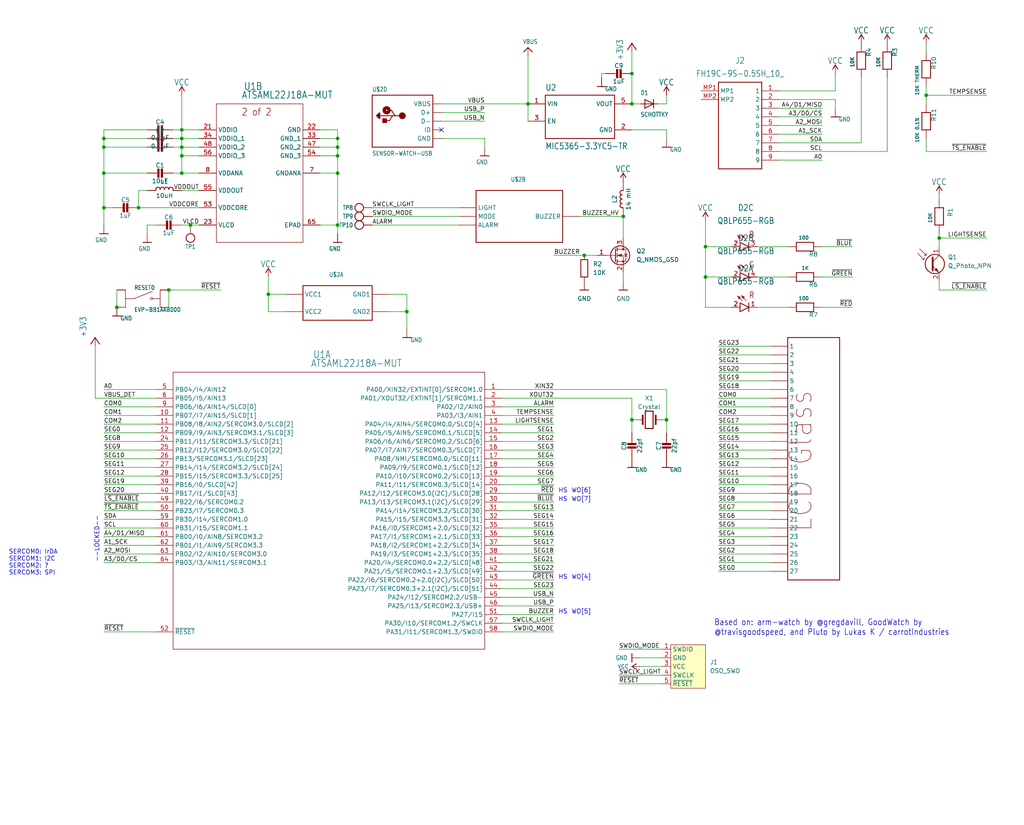
<source format=kicad_sch>
(kicad_sch (version 20231120) (generator "eeschema") (generator_version "8.0")
  (paper "User" 300.507 242.062)
  (junction (at 275.59 69.85))
  (junction (at 185.42 123.19))
  (junction (at 34.29 90.17))
  (junction (at 30.48 40.64))
  (junction (at 185.42 21.59))
  (junction (at 207.01 72.39))
  (junction (at 99.06 45.72))
  (junction (at 53.34 43.18))
  (junction (at 182.88 63.5))
  (junction (at 99.06 66.04))
  (junction (at 30.48 60.96))
  (junction (at 53.34 40.64))
  (junction (at 30.48 50.8))
  (junction (at 99.06 40.64))
  (junction (at 185.42 30.48))
  (junction (at 40.64 60.96))
  (junction (at 119.38 91.44))
  (junction (at 271.78 27.94))
  (junction (at 195.58 123.19))
  (junction (at 53.34 45.72))
  (junction (at 207.01 81.28))
  (junction (at 53.34 50.8))
  (junction (at 53.34 38.1))
  (junction (at 55.88 66.04))
  (junction (at 154.94 30.48))
  (junction (at 30.48 43.18))
  (junction (at 49.53 85.09))
  (junction (at 99.06 43.18))
  (junction (at 99.06 50.8))
  (junction (at 171.45 74.93))
  (junction (at 78.74 86.36))
  (no_connect (at 129.54 38.1))
  (wire (pts (xy 129.54 35.56) (xy 142.24 35.56)))
  (wire (pts (xy 147.32 157.48) (xy 162.56 157.48)))
  (wire (pts (xy 245.11 31.75) (xy 245.11 29.21)))
  (wire (pts (xy 187.96 30.48) (xy 185.42 30.48)))
  (wire (pts (xy 185.42 116.84) (xy 147.32 116.84)))
  (wire (pts (xy 147.32 172.72) (xy 162.56 172.72)))
  (wire (pts (xy 49.53 85.09) (xy 49.53 90.17)))
  (wire (pts (xy 181.61 190.5) (xy 194.31 190.5)))
  (wire (pts (xy 27.94 101.6) (xy 27.94 116.84)))
  (wire (pts (xy 210.82 157.48) (xy 226.06 157.48)))
  (wire (pts (xy 181.61 200.66) (xy 194.31 200.66)))
  (wire (pts (xy 53.34 43.18) (xy 53.34 40.64)))
  (wire (pts (xy 58.42 66.04) (xy 55.88 66.04)))
  (wire (pts (xy 162.56 175.26) (xy 147.32 175.26)))
  (wire (pts (xy 195.58 114.3) (xy 195.58 123.19)))
  (wire (pts (xy 275.59 85.09) (xy 289.56 85.09)))
  (wire (pts (xy 241.3 39.37) (xy 228.6 39.37)))
  (wire (pts (xy 119.38 86.36) (xy 119.38 91.44)))
  (wire (pts (xy 58.42 60.96) (xy 40.64 60.96)))
  (wire (pts (xy 210.82 132.08) (xy 226.06 132.08)))
  (wire (pts (xy 271.78 27.94) (xy 289.56 27.94)))
  (wire (pts (xy 147.32 114.3) (xy 195.58 114.3)))
  (wire (pts (xy 195.58 30.48) (xy 195.58 27.94)))
  (wire (pts (xy 30.48 149.86) (xy 45.72 149.86)))
  (wire (pts (xy 33.02 60.96) (xy 30.48 60.96)))
  (wire (pts (xy 147.32 154.94) (xy 162.56 154.94)))
  (wire (pts (xy 245.11 26.67) (xy 245.11 21.59)))
  (wire (pts (xy 177.8 21.59) (xy 176.53 21.59)))
  (wire (pts (xy 99.06 40.64) (xy 99.06 43.18)))
  (wire (pts (xy 185.42 123.19) (xy 186.69 123.19)))
  (wire (pts (xy 210.82 137.16) (xy 226.06 137.16)))
  (wire (pts (xy 43.18 40.64) (xy 30.48 40.64)))
  (wire (pts (xy 45.72 124.46) (xy 30.48 124.46)))
  (wire (pts (xy 30.48 142.24) (xy 45.72 142.24)))
  (wire (pts (xy 147.32 165.1) (xy 162.56 165.1)))
  (wire (pts (xy 185.42 38.1) (xy 195.58 38.1)))
  (wire (pts (xy 99.06 50.8) (xy 93.98 50.8)))
  (wire (pts (xy 30.48 132.08) (xy 45.72 132.08)))
  (wire (pts (xy 58.42 50.8) (xy 53.34 50.8)))
  (wire (pts (xy 226.06 121.92) (xy 210.82 121.92)))
  (wire (pts (xy 119.38 86.36) (xy 114.3 86.36)))
  (wire (pts (xy 228.6 41.91) (xy 252.73 41.91)))
  (wire (pts (xy 109.22 63.5) (xy 134.62 63.5)))
  (wire (pts (xy 207.01 81.28) (xy 214.63 81.28)))
  (wire (pts (xy 27.94 116.84) (xy 45.72 116.84)))
  (wire (pts (xy 30.48 60.96) (xy 30.48 50.8)))
  (wire (pts (xy 30.48 43.18) (xy 30.48 40.64)))
  (wire (pts (xy 182.88 63.5) (xy 182.88 69.85)))
  (wire (pts (xy 228.6 26.67) (xy 245.11 26.67)))
  (wire (pts (xy 241.3 34.29) (xy 228.6 34.29)))
  (wire (pts (xy 78.74 81.28) (xy 78.74 86.36)))
  (wire (pts (xy 134.62 60.96) (xy 109.22 60.96)))
  (wire (pts (xy 252.73 22.86) (xy 252.73 41.91)))
  (wire (pts (xy 171.45 74.93) (xy 175.26 74.93)))
  (wire (pts (xy 30.48 38.1) (xy 43.18 38.1)))
  (wire (pts (xy 30.48 147.32) (xy 45.72 147.32)))
  (wire (pts (xy 210.82 129.54) (xy 226.06 129.54)))
  (wire (pts (xy 58.42 40.64) (xy 53.34 40.64)))
  (wire (pts (xy 210.82 147.32) (xy 226.06 147.32)))
  (wire (pts (xy 53.34 38.1) (xy 53.34 27.94)))
  (wire (pts (xy 228.6 44.45) (xy 260.35 44.45)))
  (wire (pts (xy 147.32 134.62) (xy 162.56 134.62)))
  (wire (pts (xy 162.56 180.34) (xy 147.32 180.34)))
  (wire (pts (xy 210.82 160.02) (xy 226.06 160.02)))
  (wire (pts (xy 210.82 101.6) (xy 226.06 101.6)))
  (wire (pts (xy 45.72 157.48) (xy 30.48 157.48)))
  (wire (pts (xy 93.98 45.72) (xy 99.06 45.72)))
  (wire (pts (xy 207.01 72.39) (xy 214.63 72.39)))
  (wire (pts (xy 193.04 30.48) (xy 195.58 30.48)))
  (wire (pts (xy 53.34 43.18) (xy 50.8 43.18)))
  (wire (pts (xy 147.32 149.86) (xy 162.56 149.86)))
  (wire (pts (xy 271.78 30.48) (xy 271.78 27.94)))
  (wire (pts (xy 114.3 91.44) (xy 119.38 91.44)))
  (wire (pts (xy 53.34 45.72) (xy 58.42 45.72)))
  (wire (pts (xy 245.11 29.21) (xy 228.6 29.21)))
  (wire (pts (xy 147.32 160.02) (xy 162.56 160.02)))
  (wire (pts (xy 43.18 50.8) (xy 30.48 50.8)))
  (wire (pts (xy 210.82 149.86) (xy 226.06 149.86)))
  (wire (pts (xy 210.82 106.68) (xy 226.06 106.68)))
  (wire (pts (xy 275.59 82.55) (xy 275.59 85.09)))
  (wire (pts (xy 147.32 144.78) (xy 162.56 144.78)))
  (wire (pts (xy 50.8 50.8) (xy 53.34 50.8)))
  (wire (pts (xy 162.56 170.18) (xy 147.32 170.18)))
  (wire (pts (xy 170.18 63.5) (xy 182.88 63.5)))
  (wire (pts (xy 53.34 45.72) (xy 53.34 43.18)))
  (wire (pts (xy 207.01 72.39) (xy 207.01 81.28)))
  (wire (pts (xy 207.01 64.77) (xy 207.01 72.39)))
  (wire (pts (xy 147.32 127) (xy 162.56 127)))
  (wire (pts (xy 185.42 21.59) (xy 185.42 30.48)))
  (wire (pts (xy 147.32 132.08) (xy 162.56 132.08)))
  (wire (pts (xy 162.56 119.38) (xy 147.32 119.38)))
  (wire (pts (xy 78.74 91.44) (xy 83.82 91.44)))
  (wire (pts (xy 210.82 152.4) (xy 226.06 152.4)))
  (wire (pts (xy 53.34 38.1) (xy 50.8 38.1)))
  (wire (pts (xy 250.19 72.39) (xy 241.3 72.39)))
  (wire (pts (xy 58.42 55.88) (xy 53.34 55.88)))
  (wire (pts (xy 210.82 104.14) (xy 226.06 104.14)))
  (wire (pts (xy 30.48 129.54) (xy 45.72 129.54)))
  (wire (pts (xy 162.56 177.8) (xy 147.32 177.8)))
  (wire (pts (xy 45.72 165.1) (xy 30.48 165.1)))
  (wire (pts (xy 241.3 31.75) (xy 228.6 31.75)))
  (wire (pts (xy 195.58 38.1) (xy 195.58 40.64)))
  (wire (pts (xy 181.61 198.12) (xy 194.31 198.12)))
  (wire (pts (xy 154.94 16.51) (xy 154.94 30.48)))
  (wire (pts (xy 30.48 144.78) (xy 45.72 144.78)))
  (wire (pts (xy 210.82 144.78) (xy 226.06 144.78)))
  (wire (pts (xy 58.42 38.1) (xy 53.34 38.1)))
  (wire (pts (xy 30.48 134.62) (xy 45.72 134.62)))
  (wire (pts (xy 93.98 43.18) (xy 99.06 43.18)))
  (wire (pts (xy 53.34 40.64) (xy 53.34 38.1)))
  (wire (pts (xy 154.94 35.56) (xy 154.94 30.48)))
  (wire (pts (xy 34.29 85.09) (xy 34.29 90.17)))
  (wire (pts (xy 207.01 81.28) (xy 207.01 90.17)))
  (wire (pts (xy 182.88 82.55) (xy 182.88 80.01)))
  (wire (pts (xy 43.18 43.18) (xy 30.48 43.18)))
  (wire (pts (xy 176.53 21.59) (xy 176.53 22.86)))
  (wire (pts (xy 45.72 162.56) (xy 30.48 162.56)))
  (wire (pts (xy 289.56 69.85) (xy 275.59 69.85)))
  (wire (pts (xy 187.96 193.04) (xy 194.31 193.04)))
  (wire (pts (xy 231.14 90.17) (xy 222.25 90.17)))
  (wire (pts (xy 210.82 114.3) (xy 226.06 114.3)))
  (wire (pts (xy 147.32 162.56) (xy 162.56 162.56)))
  (wire (pts (xy 129.54 30.48) (xy 154.94 30.48)))
  (wire (pts (xy 210.82 127) (xy 226.06 127)))
  (wire (pts (xy 43.18 68.58) (xy 43.18 66.04)))
  (wire (pts (xy 210.82 124.46) (xy 226.06 124.46)))
  (wire (pts (xy 99.06 43.18) (xy 99.06 45.72)))
  (wire (pts (xy 147.32 147.32) (xy 162.56 147.32)))
  (wire (pts (xy 147.32 182.88) (xy 162.56 182.88)))
  (wire (pts (xy 210.82 111.76) (xy 226.06 111.76)))
  (wire (pts (xy 210.82 154.94) (xy 226.06 154.94)))
  (wire (pts (xy 30.48 152.4) (xy 45.72 152.4)))
  (wire (pts (xy 93.98 38.1) (xy 99.06 38.1)))
  (wire (pts (xy 43.18 66.04) (xy 45.72 66.04)))
  (wire (pts (xy 187.96 195.58) (xy 194.31 195.58)))
  (wire (pts (xy 210.82 167.64) (xy 226.06 167.64)))
  (wire (pts (xy 93.98 40.64) (xy 99.06 40.64)))
  (wire (pts (xy 210.82 109.22) (xy 226.06 109.22)))
  (wire (pts (xy 185.42 127) (xy 185.42 123.19)))
  (wire (pts (xy 275.59 58.42) (xy 275.59 57.15)))
  (wire (pts (xy 147.32 139.7) (xy 162.56 139.7)))
  (wire (pts (xy 43.18 55.88) (xy 40.64 55.88)))
  (wire (pts (xy 134.62 66.04) (xy 109.22 66.04)))
  (wire (pts (xy 147.32 185.42) (xy 162.56 185.42)))
  (wire (pts (xy 260.35 22.86) (xy 260.35 44.45)))
  (wire (pts (xy 289.56 44.45) (xy 271.78 44.45)))
  (wire (pts (xy 210.82 142.24) (xy 226.06 142.24)))
  (wire (pts (xy 45.72 121.92) (xy 30.48 121.92)))
  (wire (pts (xy 30.48 50.8) (xy 30.48 43.18)))
  (wire (pts (xy 129.54 40.64) (xy 142.24 40.64)))
  (wire (pts (xy 210.82 165.1) (xy 226.06 165.1)))
  (wire (pts (xy 99.06 38.1) (xy 99.06 40.64)))
  (wire (pts (xy 30.48 185.42) (xy 45.72 185.42)))
  (wire (pts (xy 30.48 139.7) (xy 45.72 139.7)))
  (wire (pts (xy 30.48 127) (xy 45.72 127)))
  (wire (pts (xy 99.06 45.72) (xy 99.06 50.8)))
  (wire (pts (xy 45.72 119.38) (xy 30.48 119.38)))
  (wire (pts (xy 162.56 74.93) (xy 171.45 74.93)))
  (wire (pts (xy 78.74 86.36) (xy 78.74 91.44)))
  (wire (pts (xy 147.32 129.54) (xy 162.56 129.54)))
  (wire (pts (xy 30.48 60.96) (xy 30.48 66.04)))
  (wire (pts (xy 99.06 50.8) (xy 99.06 66.04)))
  (wire (pts (xy 271.78 25.4) (xy 271.78 27.94)))
  (wire (pts (xy 275.59 69.85) (xy 275.59 72.39)))
  (wire (pts (xy 45.72 114.3) (xy 30.48 114.3)))
  (wire (pts (xy 119.38 91.44) (xy 119.38 96.52)))
  (wire (pts (xy 147.32 137.16) (xy 162.56 137.16)))
  (wire (pts (xy 226.06 119.38) (xy 210.82 119.38)))
  (wire (pts (xy 207.01 90.17) (xy 214.63 90.17)))
  (wire (pts (xy 147.32 124.46) (xy 162.56 124.46)))
  (wire (pts (xy 275.59 68.58) (xy 275.59 69.85)))
  (wire (pts (xy 53.34 40.64) (xy 50.8 40.64)))
  (wire (pts (xy 226.06 116.84) (xy 210.82 116.84)))
  (wire (pts (xy 271.78 12.7) (xy 271.78 15.24)))
  (wire (pts (xy 210.82 134.62) (xy 226.06 134.62)))
  (wire (pts (xy 142.24 40.64) (xy 142.24 43.18)))
  (wire (pts (xy 210.82 162.56) (xy 226.06 162.56)))
  (wire (pts (xy 250.19 90.17) (xy 241.3 90.17)))
  (wire (pts (xy 49.53 85.09) (xy 64.77 85.09)))
  (wire (pts (xy 271.78 44.45) (xy 271.78 40.64)))
  (wire (pts (xy 45.72 160.02) (xy 30.48 160.02)))
  (wire (pts (xy 185.42 123.19) (xy 185.42 116.84)))
  (wire (pts (xy 162.56 121.92) (xy 147.32 121.92)))
  (wire (pts (xy 30.48 137.16) (xy 45.72 137.16)))
  (wire (pts (xy 99.06 66.04) (xy 99.06 68.58)))
  (wire (pts (xy 147.32 152.4) (xy 162.56 152.4)))
  (wire (pts (xy 185.42 15.24) (xy 185.42 21.59)))
  (wire (pts (xy 129.54 33.02) (xy 142.24 33.02)))
  (wire (pts (xy 162.56 167.64) (xy 147.32 167.64)))
  (wire (pts (xy 93.98 66.04) (xy 99.06 66.04)))
  (wire (pts (xy 55.88 66.04) (xy 53.34 66.04)))
  (wire (pts (xy 231.14 81.28) (xy 222.25 81.28)))
  (wire (pts (xy 194.31 123.19) (xy 195.58 123.19)))
  (wire (pts (xy 40.64 55.88) (xy 40.64 60.96)))
  (wire (pts (xy 83.82 86.36) (xy 78.74 86.36)))
  (wire (pts (xy 231.14 72.39) (xy 222.25 72.39)))
  (wire (pts (xy 30.48 154.94) (xy 45.72 154.94)))
  (wire (pts (xy 53.34 50.8) (xy 53.34 45.72)))
  (wire (pts (xy 241.3 36.83) (xy 228.6 36.83)))
  (wire (pts (xy 147.32 142.24) (xy 162.56 142.24)))
  (wire (pts (xy 195.58 123.19) (xy 195.58 127)))
  (wire (pts (xy 250.19 81.28) (xy 241.3 81.28)))
  (wire (pts (xy 210.82 139.7) (xy 226.06 139.7)))
  (wire (pts (xy 241.3 46.99) (xy 228.6 46.99)))
  (wire (pts (xy 58.42 43.18) (xy 53.34 43.18)))
  (wire (pts (xy 30.48 40.64) (xy 30.48 38.1)))
  (text "Based on: arm-watch by @gregdavill, GoodWatch by\n@travisgoodspeed, and Pluto by Lukas K / carrotIndustries" (at 209.55 186.69 0) (effects (font (size 1.778 1.5113)) (justify left bottom)))
  (text "WO[7]" (at 167.64 147.32 0) (effects (font (size 1.27 1.27)) (justify left bottom)))
  (text "HS" (at 163.83 144.78 0) (effects (font (size 1.27 1.27)) (justify left bottom)))
  (text "HS" (at 163.83 170.18 0) (effects (font (size 1.27 1.27)) (justify left bottom)))
  (text "SERCOM0: IrDA\nSERCOM1: I2C\nSERCOM2: ?\nSERCOM3: SPI" (at 2.54 168.91 0) (effects (font (size 1.27 1.27)) (justify left bottom)))
  (text "--LOCKED--" (at 29.21 165.1 90) (effects (font (size 1.27 1.27)) (justify left bottom)))
  (text "WO[6]" (at 167.64 144.78 0) (effects (font (size 1.27 1.27)) (justify left bottom)))
  (text "WO[4]" (at 167.64 170.18 0) (effects (font (size 1.27 1.27)) (justify left bottom)))
  (text "HS" (at 163.83 180.34 0) (effects (font (size 1.27 1.27)) (justify left bottom)))
  (text "HS" (at 163.83 147.32 0) (effects (font (size 1.27 1.27)) (justify left bottom)))
  (text "WO[5]" (at 167.64 180.34 0) (effects (font (size 1.27 1.27)) (justify left bottom)))
  (label "SEG0" (at 30.48 127 0) (effects (font (size 1.2446 1.2446))))
  (label "SEG9" (at 30.48 132.08 0) (effects (font (size 1.2446 1.2446))))
  (label "LIGHTSENSE" (at 289.56 69.85 180))
  (label "SEG21" (at 162.56 165.1 180) (effects (font (size 1.2446 1.2446))))
  (label "SEG20" (at 210.82 109.22 0) (effects (font (size 1.2446 1.2446))))
  (label "~{LS_ENABLE}" (at 30.48 147.32 0))
  (label "~{RESET}" (at 30.48 185.42 0) (effects (font (size 1.2446 1.2446))))
  (label "USB_N" (at 162.56 175.26 180) (effects (font (size 1.2446 1.2446))))
  (label "SEG10" (at 210.82 142.24 0) (effects (font (size 1.2446 1.2446))))
  (label "SEG3" (at 210.82 160.02 0) (effects (font (size 1.2446 1.2446))))
  (label "VBUS_DET" (at 30.48 116.84 0) (effects (font (size 1.2446 1.2446))))
  (label "USB_N" (at 142.24 35.56 180) (effects (font (size 1.2446 1.2446))))
  (label "SEG9" (at 210.82 144.78 0) (effects (font (size 1.2446 1.2446))))
  (label "SEG7" (at 162.56 142.24 180) (effects (font (size 1.2446 1.2446))))
  (label "SWCLK_LIGHT" (at 109.22 60.96 0) (effects (font (size 1.2446 1.2446))))
  (label "SEG23" (at 162.56 172.72 180) (effects (font (size 1.2446 1.2446))))
  (label "SEG3" (at 162.56 132.08 180) (effects (font (size 1.2446 1.2446))))
  (label "SEG23" (at 210.82 101.6 0) (effects (font (size 1.2446 1.2446))))
  (label "SEG13" (at 162.56 149.86 180) (effects (font (size 1.2446 1.2446))))
  (label "~{BLUE}" (at 250.19 72.39 180) (effects (font (size 1.2446 1.2446))))
  (label "USB_P" (at 162.56 177.8 180) (effects (font (size 1.2446 1.2446))))
  (label "SEG16" (at 210.82 127 0) (effects (font (size 1.2446 1.2446))))
  (label "SEG5" (at 210.82 154.94 0) (effects (font (size 1.2446 1.2446))))
  (label "COM1" (at 30.48 121.92 0) (effects (font (size 1.2446 1.2446))))
  (label "SEG12" (at 210.82 137.16 0) (effects (font (size 1.2446 1.2446))))
  (label "SEG5" (at 162.56 137.16 180) (effects (font (size 1.2446 1.2446))))
  (label "SEG13" (at 210.82 134.62 0) (effects (font (size 1.2446 1.2446))))
  (label "COM1" (at 210.82 119.38 0) (effects (font (size 1.2446 1.2446))))
  (label "SDA" (at 241.3 41.91 180) (effects (font (size 1.2446 1.2446))))
  (label "BUZZER" (at 162.56 180.34 180) (effects (font (size 1.2446 1.2446))))
  (label "SEG10" (at 30.48 134.62 0) (effects (font (size 1.2446 1.2446))))
  (label "SEG12" (at 30.48 139.7 0) (effects (font (size 1.2446 1.2446))))
  (label "A1_SCK" (at 241.3 39.37 180) (effects (font (size 1.2446 1.2446))))
  (label "COM2" (at 210.82 121.92 0) (effects (font (size 1.2446 1.2446))))
  (label "A2_MOSI" (at 241.3 36.83 180) (effects (font (size 1.2446 1.2446))))
  (label "SEG11" (at 30.48 137.16 0) (effects (font (size 1.2446 1.2446))))
  (label "SWCLK_LIGHT" (at 181.61 198.12 0) (effects (font (size 1.2446 1.2446))))
  (label "A2_MOSI" (at 30.48 162.56 0) (effects (font (size 1.2446 1.2446))))
  (label "~{LS_ENABLE}" (at 289.56 85.09 180))
  (label "SEG7" (at 210.82 149.86 0) (effects (font (size 1.2446 1.2446))))
  (label "SWDIO_MODE" (at 181.61 190.5 0) (effects (font (size 1.2446 1.2446))))
  (label "SWDIO_MODE" (at 162.56 185.42 180) (effects (font (size 1.2446 1.2446))))
  (label "SEG0" (at 210.82 167.64 0) (effects (font (size 1.2446 1.2446))))
  (label "SEG20" (at 30.48 144.78 0) (effects (font (size 1.2446 1.2446))))
  (label "SCL" (at 30.48 154.94 0) (effects (font (size 1.2446 1.2446))))
  (label "SEG2" (at 162.56 129.54 180) (effects (font (size 1.2446 1.2446))))
  (label "~{TS_ENABLE}" (at 289.56 44.45 180))
  (label "~{RESET}" (at 64.77 85.09 180) (effects (font (size 1.2446 1.2446))))
  (label "SEG21" (at 210.82 106.68 0) (effects (font (size 1.2446 1.2446))))
  (label "SWDIO_MODE" (at 109.22 63.5 0) (effects (font (size 1.2446 1.2446))))
  (label "SEG4" (at 210.82 157.48 0) (effects (font (size 1.2446 1.2446))))
  (label "SEG15" (at 210.82 129.54 0) (effects (font (size 1.2446 1.2446))))
  (label "SEG1" (at 162.56 127 180) (effects (font (size 1.2446 1.2446))))
  (label "A3/D0/CS" (at 30.48 165.1 0) (effects (font (size 1.2446 1.2446))))
  (label "SEG8" (at 30.48 129.54 0) (effects (font (size 1.2446 1.2446))))
  (label "SEG19" (at 210.82 111.76 0) (effects (font (size 1.2446 1.2446))))
  (label "~{BLUE}" (at 162.56 147.32 180))
  (label "~{RED}" (at 162.56 144.78 180))
  (label "A0" (at 30.48 114.3 0) (effects (font (size 1.2446 1.2446))))
  (label "A3/D0/CS" (at 241.3 34.29 180) (effects (font (size 1.2446 1.2446))))
  (label "SEG14" (at 210.82 132.08 0) (effects (font (size 1.2446 1.2446))))
  (label "BUZZER" (at 162.56 74.93 0))
  (label "SCL" (at 241.3 44.45 180) (effects (font (size 1.2446 1.2446))))
  (label "SEG8" (at 210.82 147.32 0) (effects (font (size 1.2446 1.2446))))
  (label "~{TS_ENABLE}" (at 30.48 149.86 0))
  (label "USB_P" (at 142.24 33.02 180) (effects (font (size 1.2446 1.2446))))
  (label "VDDOUT" (at 58.42 55.88 180))
  (label "SEG2" (at 210.82 162.56 0) (effects (font (size 1.2446 1.2446))))
  (label "SEG19" (at 30.48 142.24 0) (effects (font (size 1.2446 1.2446))))
  (label "A1_SCK" (at 30.48 160.02 0) (effects (font (size 1.2446 1.2446))))
  (label "SEG6" (at 162.56 139.7 180) (effects (font (size 1.2446 1.2446))))
  (label "SEG17" (at 162.56 160.02 180) (effects (font (size 1.2446 1.2446))))
  (label "SEG1" (at 210.82 165.1 0) (effects (font (size 1.2446 1.2446))))
  (label "SEG17" (at 210.82 124.46 0) (effects (font (size 1.2446 1.2446))))
  (label "SEG16" (at 162.56 157.48 180) (effects (font (size 1.2446 1.2446))))
  (label "~{RED}" (at 250.19 90.17 180) (effects (font (size 1.2446 1.2446))))
  (label "VDDCORE" (at 58.42 60.96 180))
  (label "SEG4" (at 162.56 134.62 180) (effects (font (size 1.2446 1.2446))))
  (label "XOUT32" (at 162.56 116.84 180) (effects (font (size 1.2446 1.2446))))
  (label "ALARM" (at 162.56 119.38 180) (effects (font (size 1.2446 1.2446))))
  (label "XIN32" (at 162.56 114.3 180) (effects (font (size 1.2446 1.2446))))
  (label "~{GREEN}" (at 162.56 170.18 180))
  (label "VBUS" (at 142.24 30.48 180) (effects (font (size 1.2446 1.2446))))
  (label "TEMPSENSE" (at 289.56 27.94 180))
  (label "VLCD" (at 58.42 66.04 180))
  (label "SWCLK_LIGHT" (at 162.56 182.88 180) (effects (font (size 1.2446 1.2446))))
  (label "BUZZER_HV" (at 181.61 63.5 180) (effects (font (size 1.2446 1.2446))))
  (label "~{GREEN}" (at 250.19 81.28 180) (effects (font (size 1.2446 1.2446))))
  (label "ALARM" (at 109.22 66.04 0) (effects (font (size 1.2446 1.2446))))
  (label "SEG22" (at 210.82 104.14 0) (effects (font (size 1.2446 1.2446))))
  (label "SEG18" (at 210.82 114.3 0) (effects (font (size 1.2446 1.2446))))
  (label "SEG15" (at 162.56 154.94 180) (effects (font (size 1.2446 1.2446))))
  (label "SEG22" (at 162.56 167.64 180) (effects (font (size 1.2446 1.2446))))
  (label "SEG6" (at 210.82 152.4 0) (effects (font (size 1.2446 1.2446))))
  (label "A4/D1/MISO" (at 30.48 157.48 0) (effects (font (size 1.2446 1.2446))))
  (label "A0" (at 241.3 46.99 180) (effects (font (size 1.2446 1.2446))))
  (label "SEG18" (at 162.56 162.56 180) (effects (font (size 1.2446 1.2446))))
  (label "COM0" (at 30.48 119.38 0) (effects (font (size 1.2446 1.2446))))
  (label "COM2" (at 30.48 124.46 0) (effects (font (size 1.2446 1.2446))))
  (label "TEMPSENSE" (at 162.56 121.92 180))
  (label "SEG11" (at 210.82 139.7 0) (effects (font (size 1.2446 1.2446))))
  (label "COM0" (at 210.82 116.84 0) (effects (font (size 1.2446 1.2446))))
  (label "SEG14" (at 162.56 152.4 180) (effects (font (size 1.2446 1.2446))))
  (label "LIGHTSENSE" (at 162.56 124.46 180))
  (label "~{RESET}" (at 181.61 200.66 0) (effects (font (size 1.2446 1.2446))))
  (label "A4/D1/MISO" (at 241.3 31.75 180) (effects (font (size 1.2446 1.2446))))
  (label "SDA" (at 30.48 152.4 0) (effects (font (size 1.2446 1.2446))))
  (symbol (lib_id "OSO-SWAT-A1-05-eagle-import:VCC") (at 78.74 81.28 0) (unit 1)
    (property "Reference" "#SUPPLY02" (effects (hide yes)))
    (property "Value" "VCC" (at 78.74 78.486 0) (effects (font (size 1.778 1.5113)) (justify bottom)))
    (property "Footprint" "OSO-SWAT-A1-05:" (effects (hide yes)))
  )
  (symbol (lib_id "Device:Crystal") (at 190.5 123.19 0) (unit 1)
    (property "Reference" "X1" (at 190.5 116.84 0))
    (property "Value" "Crystal" (at 190.5 119.38 0))
    (property "Footprint" "Crystal:Crystal_SMD_3215-2Pin_3.2x1.5mm" (effects (hide yes)))
  )
  (symbol (lib_id "OSO-SWAT-A1-05-eagle-import:VCC") (at 53.34 27.94 0) (unit 1)
    (property "Reference" "#SUPPLY01" (effects (hide yes)))
    (property "Value" "VCC" (at 53.34 25.146 0) (effects (font (size 1.778 1.5113)) (justify bottom)))
    (property "Footprint" "OSO-SWAT-A1-05:" (effects (hide yes)))
  )
  (symbol (lib_id "OSO-SWAT-A1-05-eagle-import:RESISTOR_0603MP") (at 236.22 81.28 180) (unit 1)
    (property "Reference" "R6" (at 240.03 82.7786 0) (effects (justify left bottom)))
    (property "Value" "1K" (at 237.49 77.978 0) (effects (font (size 1.016 1.016) (bold yes)) (justify left bottom)))
    (property "Footprint" "Resistor_SMD:R_0603_1608Metric" (effects (hide yes)))
  )
  (symbol (lib_id "OSO-SWAT-A1-05-eagle-import:GND") (at 43.18 71.12 0) (unit 1)
    (property "Reference" "#GND02" (effects (hide yes)))
    (property "Value" "GND" (at 40.64 73.66 0) (effects (font (size 1.27 1.0795)) (justify left bottom)))
    (property "Footprint" "OSO-SWAT-A1-05:" (effects (hide yes)))
  )
  (symbol (lib_id "OSO-SWAT-A1-05-eagle-import:RESISTOR_0603MP") (at 236.22 72.39 180) (unit 1)
    (property "Reference" "R8" (at 240.03 73.8886 0) (effects (justify left bottom)))
    (property "Value" "100" (at 237.49 69.088 0) (effects (font (size 1.016 1.016) (bold yes)) (justify left bottom)))
    (property "Footprint" "Resistor_SMD:R_0603_1608Metric" (effects (hide yes)))
  )
  (symbol (lib_id "OSO-SWAT-A1-05-eagle-import:RESISTOR_0603MP") (at 260.35 17.78 270) (unit 1)
    (property "Reference" "R3" (at 261.8486 13.97 0) (effects (justify left bottom)))
    (property "Value" "10K" (at 257.048 16.51 0) (effects (font (size 1.016 1.016) (bold yes)) (justify left bottom)))
    (property "Footprint" "Resistor_SMD:R_0201_0603Metric" (effects (hide yes)))
  )
  (symbol (lib_id "OSO-SWAT-A1-05-eagle-import:CAP_CERAMIC_0402MP") (at 185.42 132.08 0) (unit 1)
    (property "Reference" "C8" (at 183.13 130.83 90))
    (property "Value" "22pf" (at 187.72 130.83 90))
    (property "Footprint" "Capacitor_SMD:C_0402_1005Metric" (effects (hide yes)))
  )
  (symbol (lib_id "OSO-SWAT-A1-05-eagle-import:ATSAML22J18A-MUT") (at 76.2 50.8 0) (unit 2)
    (property "Reference" "U1" (at 71.4756 26.4414 0) (effects (font (size 2.0828 1.7703)) (justify left bottom)))
    (property "Value" "ATSAML22J18A-MUT" (at 70.8406 28.9814 0) (effects (font (size 2.0828 1.7703)) (justify left bottom)))
    (property "Footprint" "OSO-SWAT-A1-05:QFN64_9X9MC_MCH" (effects (hide yes)))
  )
  (symbol (lib_id "OSO-SWAT-A1-05-eagle-import:VCC") (at 207.01 64.77 0) (unit 1)
    (property "Reference" "#SUPPLY0104" (effects (hide yes)))
    (property "Value" "VCC" (at 207.01 61.976 0) (effects (font (size 1.778 1.5113)) (justify bottom)))
    (property "Footprint" "OSO-SWAT-A1-05:" (effects (hide yes)))
  )
  (symbol (lib_id "OSO-SWAT-A1-05-eagle-import:MICROBUILDER_TESTPOINTROUND1.5MM") (at 109.22 63.5 90) (unit 1) (in_bom no)
    (property "Reference" "TP9" (at 103.632 63.5 90) (effects (font (size 1.27 1.0795)) (justify left)))
    (property "Value" "MICROBUILDER_TESTPOINTROUND1.5MM" (effects (hide yes)))
    (property "Footprint" "OSO-SWAT-A1-05:MICROBUILDER_TESTPOINT_ROUND_1.5MM" (effects (hide yes)))
  )
  (symbol (lib_id "OSO-SWAT-A1-05-eagle-import:MIC5365-3.3YC5-TR") (at 170.18 33.02 0) (unit 1)
    (property "Reference" "U2" (at 160.02 26.67 0) (effects (font (size 1.778 1.5113)) (justify left bottom)))
    (property "Value" "MIC5365-3.3YC5-TR" (at 160.02 41.91 0) (effects (font (size 1.778 1.5113)) (justify left top)))
    (property "Footprint" "OSO-SWAT-A1-05:SOT65P210X110-5N" (effects (hide yes)))
  )
  (symbol (lib_id "Device:R") (at 171.45 78.74 0) (unit 1)
    (property "Reference" "R2" (at 173.99 77.4699 0) (effects (justify left)))
    (property "Value" "10K" (at 173.99 80.0099 0) (effects (justify left)))
    (property "Footprint" "Resistor_SMD:R_0201_0603Metric" (effects (hide yes)))
    (property "Description" "Resistor" (effects (hide yes)))
  )
  (symbol (lib_id "OSO-SWAT-A1-05-eagle-import:CAP_CERAMIC_0603MP") (at 48.26 66.04 270) (unit 1)
    (property "Reference" "C6" (at 49.51 63.75 90))
    (property "Value" "1uF" (at 49.51 68.34 90))
    (property "Footprint" "Capacitor_SMD:C_0603_1608Metric" (effects (hide yes)))
  )
  (symbol (lib_id "OSO-SWAT-A1-05-eagle-import:CAP_CERAMIC_0603MP") (at 45.72 40.64 270) (unit 1)
    (property "Reference" "C2" (at 46.97 38.35 90))
    (property "Value" "0.1uF" (at 46.97 42.94 90))
    (property "Footprint" "Capacitor_SMD:C_0201_0603Metric" (effects (hide yes)))
  )
  (symbol (lib_id "OSO-SWAT-A1-05-eagle-import:RESISTOR_0603MP") (at 271.78 20.32 270) (unit 1)
    (property "Reference" "R10" (at 273.2786 16.51 0) (effects (justify left bottom)))
    (property "Value" "10K THERM" (at 268.478 19.05 0) (effects (font (size 1.016 1.016) (bold yes)) (justify left bottom)))
    (property "Footprint" "Resistor_SMD:R_0603_1608Metric" (effects (hide yes)))
  )
  (symbol (lib_id "OSO-SWAT-A1-05-eagle-import:VCC") (at 271.78 12.7 0) (unit 1)
    (property "Reference" "#SUPPLY0106" (effects (hide yes)))
    (property "Value" "VCC" (at 271.78 9.906 0) (effects (font (size 1.778 1.5113)) (justify bottom)))
    (property "Footprint" "OSO-SWAT-A1-05:" (effects (hide yes)))
  )
  (symbol (lib_id "OSO-SWAT-A1-05-eagle-import:DIODESOD-323F") (at 190.5 30.48 0) (unit 1)
    (property "Reference" "D1" (at 187.96 27.94 0) (effects (font (size 1.27 1.0795)) (justify left bottom)))
    (property "Value" "SCHOTTKY" (at 187.96 34.29 0) (effects (font (size 1.27 1.0795)) (justify left bottom)))
    (property "Footprint" "OSO-SWAT-A1-05:SOD-323F" (effects (hide yes)))
  )
  (symbol (lib_id "OSO-SWAT-A1-05-eagle-import:MICROBUILDER_INDUCTOR_0805MP") (at 48.26 55.88 0) (unit 1)
    (property "Reference" "L1" (at 48.26 53.34 0))
    (property "Value" "10uH" (at 48.26 57.42 0))
    (property "Footprint" "Inductor_SMD:L_0805_2012Metric" (effects (hide yes)))
  )
  (symbol (lib_id "OSO-SWAT-A1-05-eagle-import:+3V3") (at 185.42 12.7 0) (unit 1)
    (property "Reference" "#+3V026" (effects (hide yes)))
    (property "Value" "+3V3" (at 182.88 17.78 90) (effects (font (size 1.778 1.5113)) (justify left bottom)))
    (property "Footprint" "OSO-SWAT-A1-05:" (effects (hide yes)))
  )
  (symbol (lib_id "OSO-SWAT-A1-05-eagle-import:ATSAML22J18A-MUT") (at 96.52 149.86 0) (unit 1)
    (property "Reference" "U1" (at 91.7956 105.1814 0) (effects (font (size 2.0828 1.7703)) (justify left bottom)))
    (property "Value" "ATSAML22J18A-MUT" (at 91.1606 107.7214 0) (effects (font (size 2.0828 1.7703)) (justify left bottom)))
    (property "Footprint" "OSO-SWAT-A1-05:QFN64_9X9MC_MCH" (effects (hide yes)))
  )
  (symbol (lib_id "OSO-SWAT-A1-05-eagle-import:GND") (at 142.24 45.72 0) (unit 1)
    (property "Reference" "#GND03" (effects (hide yes)))
    (property "Value" "GND" (at 139.7 48.26 0) (effects (font (size 1.27 1.0795)) (justify left bottom)))
    (property "Footprint" "OSO-SWAT-A1-05:" (effects (hide yes)))
  )
  (symbol (lib_id "OSO-SWAT-A1-05-eagle-import:GND") (at 195.58 137.16 0) (mirror y) (unit 1)
    (property "Reference" "#U$03" (effects (hide yes)))
    (property "Value" "GND" (at 196.596 137.16 0) (effects (font (size 1.27 1.0795)) (justify right top)))
    (property "Footprint" "OSO-SWAT-A1-05:" (effects (hide yes)))
  )
  (symbol (lib_id "OSO-SWAT-A1-05-eagle-import:VCC") (at 187.96 195.58 90) (unit 1)
    (property "Reference" "#SUPPLY0102" (effects (hide yes)))
    (property "Value" "VCC" (at 182.88 195.58 90) (effects (font (size 1.0795 1.0795))))
    (property "Footprint" "OSO-SWAT-A1-05:" (effects (hide yes)))
  )
  (symbol (lib_id "OSO-SWAT-A1-05-eagle-import:FH19C-9S-0.5SH_10_") (at 205.74 26.67 0) (unit 1)
    (property "Reference" "J2" (at 217.17 17.78 0) (effects (font (size 1.778 1.5113))))
    (property "Value" "FH19C-9S-0.5SH_10_" (at 217.17 21.59 0) (effects (font (size 1.778 1.5113))))
    (property "Footprint" "OSO-SWAT-A1-05:FH19C9S05SH10" (effects (hide yes)))
  )
  (symbol (lib_id "OSO-SWAT-A1-05-eagle-import:GND") (at 171.45 85.09 0) (unit 1)
    (property "Reference" "#U01" (effects (hide yes)))
    (property "Value" "GND" (at 171.45 87.63 0))
    (property "Footprint" "OSO-SWAT-A1-05:" (effects (hide yes)))
  )
  (symbol (lib_id "OSO-SWAT-A1-05-eagle-import:MICROBUILDER_INDUCTOR_0805MP") (at 182.88 58.42 90) (unit 1)
    (property "Reference" "L2" (at 180.34 58.42 0))
    (property "Value" "14 mH" (at 184.42 58.42 0))
    (property "Footprint" "OSO-SWAT-A1-05:ELT3KN" (effects (hide yes)))
  )
  (symbol (lib_id "OSO-SWAT-A1-05-eagle-import:GND") (at 176.53 25.4 0) (mirror y) (unit 1)
    (property "Reference" "#U$0101" (effects (hide yes)))
    (property "Value" "GND" (at 177.546 25.4 0) (effects (font (size 1.27 1.0795)) (justify right top)))
    (property "Footprint" "OSO-SWAT-A1-05:" (effects (hide yes)))
  )
  (symbol (lib_id "OSO-SWAT-A1-05-eagle-import:VCC") (at 260.35 12.7 0) (unit 1)
    (property "Reference" "#SUPPLY0101" (effects (hide yes)))
    (property "Value" "VCC" (at 260.35 9.906 0) (effects (font (size 1.778 1.5113)) (justify bottom)))
    (property "Footprint" "OSO-SWAT-A1-05:" (effects (hide yes)))
  )
  (symbol (lib_id "OSO-SWAT-A1-05-eagle-import:CAP_CERAMIC_0402MP") (at 195.58 132.08 0) (unit 1)
    (property "Reference" "C7" (at 193.29 130.83 90))
    (property "Value" "22pf" (at 197.88 130.83 90))
    (property "Footprint" "Capacitor_SMD:C_0402_1005Metric" (effects (hide yes)))
  )
  (symbol (lib_id "OSO-SWAT-A1-05-eagle-import:CAP_CERAMIC_0603MP") (at 35.56 60.96 270) (unit 1)
    (property "Reference" "C5" (at 36.81 58.67 90))
    (property "Value" "1uF" (at 36.81 63.26 90))
    (property "Footprint" "Capacitor_SMD:C_0603_1608Metric" (effects (hide yes)))
  )
  (symbol (lib_id "OSO-SWAT-A1-05-eagle-import:RESISTOR_0603MP") (at 252.73 17.78 270) (unit 1)
    (property "Reference" "R4" (at 254.2286 13.97 0) (effects (justify left bottom)))
    (property "Value" "10K" (at 249.428 16.51 0) (effects (font (size 1.016 1.016) (bold yes)) (justify left bottom)))
    (property "Footprint" "Resistor_SMD:R_0201_0603Metric" (effects (hide yes)))
  )
  (symbol (lib_id "OSO-SWAT-A1-05-eagle-import:GND") (at 34.29 92.71 0) (mirror y) (unit 1)
    (property "Reference" "#U$04" (effects (hide yes)))
    (property "Value" "GND" (at 35.306 92.71 0) (effects (font (size 1.27 1.0795)) (justify right top)))
    (property "Footprint" "OSO-SWAT-A1-05:" (effects (hide yes)))
  )
  (symbol (lib_id "OSO-SWAT-A1-05-eagle-import:VCC") (at 252.73 12.7 0) (unit 1)
    (property "Reference" "#SUPPLY0103" (effects (hide yes)))
    (property "Value" "VCC" (at 252.73 9.906 0) (effects (font (size 1.778 1.5113)) (justify bottom)))
    (property "Footprint" "OSO-SWAT-A1-05:" (effects (hide yes)))
  )
  (symbol (lib_id "OSO-SWAT-A1-05-eagle-import:RESISTOR_0603MP") (at 271.78 35.56 270) (unit 1)
    (property "Reference" "R11" (at 273.2786 31.75 0) (effects (justify left bottom)))
    (property "Value" "10K 0.1%" (at 268.478 34.29 0) (effects (font (size 1.016 1.016) (bold yes)) (justify left bottom)))
    (property "Footprint" "Resistor_SMD:R_0603_1608Metric" (effects (hide yes)))
  )
  (symbol (lib_id "OSO-SWAT-A1-05-eagle-import:SENSOR-WATCH-USB") (at 99.06 88.9 0) (unit 1) (in_bom no)
    (property "Reference" "U$2" (at 96.52 81.28 0) (effects (font (size 1.27 1.0795)) (justify left bottom)))
    (property "Value" "SENSOR-WATCH-USB" (effects (hide yes)))
    (property "Footprint" "OSO-SWAT-A1-05:CASIO-F91W-OUTLINE-USB" (effects (hide yes)))
  )
  (symbol (lib_id "OSO-SWAT-A1-05-eagle-import:VBUS") (at 154.94 13.97 0) (unit 1)
    (property "Reference" "#U$08" (effects (hide yes)))
    (property "Value" "VBUS" (at 153.416 12.954 0) (effects (font (size 1.27 1.0795)) (justify left bottom)))
    (property "Footprint" "OSO-SWAT-A1-05:" (effects (hide yes)))
  )
  (symbol (lib_id "OSO-SWAT-A1-05-eagle-import:MICROBUILDER_TESTPOINTROUND1.5MM") (at 55.88 66.04 180) (unit 1) (in_bom no)
    (property "Reference" "TP1" (at 55.88 72.39 0) (effects (font (size 1.27 1.0795))))
    (property "Value" "MICROBUILDER_TESTPOINTROUND1.5MM" (effects (hide yes)))
    (property "Footprint" "OSO-SWAT-A1-05:MICROBUILDER_TESTPOINT_ROUND_1.5MM" (effects (hide yes)))
  )
  (symbol (lib_id "OSO-SWAT-A1-05-eagle-import:GND") (at 119.38 99.06 0) (mirror y) (unit 1)
    (property "Reference" "#U$01" (effects (hide yes)))
    (property "Value" "GND" (at 120.396 99.06 0) (effects (font (size 1.27 1.0795)) (justify right top)))
    (property "Footprint" "OSO-SWAT-A1-05:" (effects (hide yes)))
  )
  (symbol (lib_id "OSO-SWAT-A1-05-eagle-import:CAP_CERAMIC_0603MP") (at 45.72 43.18 270) (unit 1)
    (property "Reference" "C3" (at 46.97 40.89 90))
    (property "Value" "0.1uF" (effects (hide yes)))
    (property "Footprint" "Capacitor_SMD:C_0603_1608Metric" (effects (hide yes)))
  )
  (symbol (lib_id "OSO-SWAT-A1-05-eagle-import:QBLP655-RGB") (at 217.17 90.17 0) (unit 1)
    (property "Reference" "D2" (at 218.871 78.74 0) (effects (font (size 1.7807 1.5135))))
    (property "Value" "QBLP655-RGB" (at 218.871 82.55 0) (effects (font (size 1.7794 1.5124))))
    (property "Footprint" "OSO-SWAT-A1-05:LED_QBLP655_RGB" (effects (hide yes)))
  )
  (symbol (lib_id "OSO-SWAT-A1-05-eagle-import:CAP_CERAMIC_0603MP") (at 180.34 21.59 270) (unit 1)
    (property "Reference" "C9" (at 181.59 19.3 90))
    (property "Value" "1uF" (at 181.59 23.89 90))
    (property "Footprint" "Capacitor_SMD:C_0603_1608Metric" (effects (hide yes)))
  )
  (symbol (lib_id "OSO-SWAT-A1-05-eagle-import:GND") (at 185.42 193.04 270) (mirror x) (unit 1)
    (property "Reference" "#U$0102" (effects (hide yes)))
    (property "Value" "GND" (at 184.15 193.04 90) (effects (font (size 1.27 1.0795)) (justify right)))
    (property "Footprint" "OSO-SWAT-A1-05:" (effects (hide yes)))
  )
  (symbol (lib_id "OSO-SWAT-A1-05-eagle-import:VCC") (at 182.88 53.34 0) (unit 1)
    (property "Reference" "#SUPPLY0108" (effects (hide yes)))
    (property "Value" "VCC" (at 182.88 50.546 0) (effects (font (size 1.778 1.5113)) (justify bottom)))
    (property "Footprint" "OSO-SWAT-A1-05:" (effects (hide yes)))
  )
  (symbol (lib_id "OSO-SWAT-A1-05-eagle-import:VCC") (at 245.11 21.59 0) (unit 1)
    (property "Reference" "#SUPPLY0105" (effects (hide yes)))
    (property "Value" "VCC" (at 245.11 18.796 0) (effects (font (size 1.778 1.5113)) (justify bottom)))
    (property "Footprint" "OSO-SWAT-A1-05:" (effects (hide yes)))
  )
  (symbol (lib_id "OSO-SWD:OSO_SWD") (at 201.93 195.58 0) (unit 1) (in_bom no)
    (property "Reference" "J1" (at 208.28 194.3099 0) (effects (justify left)))
    (property "Value" "OSO_SWD" (at 208.28 196.8499 0) (effects (justify left)))
    (property "Footprint" "OSO-SWD:OSO_SWD_2x3" (effects (hide yes)))
  )
  (symbol (lib_id "OSO-SWAT-A1-05-eagle-import:RESISTOR_0603MP") (at 236.22 90.17 180) (unit 1)
    (property "Reference" "R7" (at 240.03 91.6686 0) (effects (justify left bottom)))
    (property "Value" "100" (at 237.49 86.868 0) (effects (font (size 1.016 1.016) (bold yes)) (justify left bottom)))
    (property "Footprint" "Resistor_SMD:R_0603_1608Metric" (effects (hide yes)))
  )
  (symbol (lib_id "OSO-SWAT-A1-05-eagle-import:GND") (at 182.88 85.09 0) (unit 1)
    (property "Reference" "#U0101" (effects (hide yes)))
    (property "Value" "GND" (at 182.88 87.63 0))
    (property "Footprint" "OSO-SWAT-A1-05:" (effects (hide yes)))
  )
  (symbol (lib_id "OSO-SWAT-A1-05-eagle-import:RESISTOR_0603MP") (at 275.59 63.5 270) (unit 1)
    (property "Reference" "R1" (at 278.13 60.96 0) (effects (justify left bottom)))
    (property "Value" "10K" (at 272.288 62.23 0) (effects (font (size 1.016 1.016) (bold yes)) (justify left bottom)))
    (property "Footprint" "Resistor_SMD:R_0201_0603Metric" (effects (hide yes)))
  )
  (symbol (lib_id "OSO-SWAT-A1-05-eagle-import:GND") (at 30.48 68.58 0) (unit 1)
    (property "Reference" "#GND014" (effects (hide yes)))
    (property "Value" "GND" (at 27.94 71.12 0) (effects (font (size 1.27 1.0795)) (justify left bottom)))
    (property "Footprint" "OSO-SWAT-A1-05:" (effects (hide yes)))
  )
  (symbol (lib_id "OSO-SWAT-A1-05-eagle-import:MICROBUILDER_TESTPOINTROUND1.5MM") (at 109.22 60.96 90) (unit 1) (in_bom no)
    (property "Reference" "TP8" (at 103.632 60.96 90) (effects (font (size 1.27 1.0795)) (justify left)))
    (property "Value" "MICROBUILDER_TESTPOINTROUND1.5MM" (effects (hide yes)))
    (property "Footprint" "OSO-SWAT-A1-05:MICROBUILDER_TESTPOINT_ROUND_1.5MM" (effects (hide yes)))
  )
  (symbol (lib_id "OSO-SWAT-A1-05-eagle-import:QBLP655-RGB") (at 217.17 81.28 0) (unit 2)
    (property "Reference" "D2" (at 218.871 69.85 0) (effects (font (size 1.7807 1.5135))))
    (property "Value" "QBLP655-RGB" (at 218.871 73.66 0) (effects (font (size 1.7794 1.5124))))
    (property "Footprint" "OSO-SWAT-A1-05:LED_QBLP655_RGB" (effects (hide yes)))
  )
  (symbol (lib_id "OSO-SWAT-A1-05-eagle-import:QBLP655-RGB") (at 217.17 72.39 0) (unit 3)
    (property "Reference" "D2" (at 218.871 60.96 0) (effects (font (size 1.7807 1.5135))))
    (property "Value" "QBLP655-RGB" (at 218.871 64.77 0) (effects (font (size 1.7794 1.5124))))
    (property "Footprint" "OSO-SWAT-A1-05:LED_QBLP655_RGB" (effects (hide yes)))
  )
  (symbol (lib_id "OSO-SWAT-A1-05-eagle-import:MICROBUILDER_TESTPOINTROUND1.5MM") (at 109.22 66.04 90) (unit 1) (in_bom no)
    (property "Reference" "TP10" (at 103.632 66.04 90) (effects (font (size 1.27 1.0795)) (justify left)))
    (property "Value" "MICROBUILDER_TESTPOINTROUND1.5MM" (effects (hide yes)))
    (property "Footprint" "OSO-SWAT-A1-05:MICROBUILDER_TESTPOINT_ROUND_1.5MM" (effects (hide yes)))
  )
  (symbol (lib_id "OSO-SWAT-A1-05-eagle-import:VCC") (at 195.58 27.94 0) (unit 1)
    (property "Reference" "#SUPPLY08" (effects (hide yes)))
    (property "Value" "VCC" (at 195.58 25.146 0) (effects (font (size 1.778 1.5113)) (justify bottom)))
    (property "Footprint" "OSO-SWAT-A1-05:" (effects (hide yes)))
  )
  (symbol (lib_id "OSO-SWAT-A1-05-eagle-import:CAP_CERAMIC_0603MP") (at 45.72 38.1 270) (unit 1)
    (property "Reference" "C4" (at 46.97 35.81 90))
    (property "Value" "0.1uF" (at 46.97 40.4 90))
    (property "Footprint" "Capacitor_SMD:C_0603_1608Metric" (effects (hide yes)))
  )
  (symbol (lib_id "Device:Q_NMOS_GSD") (at 180.34 74.93 0) (unit 1)
    (property "Reference" "Q2" (at 186.69 73.6599 0) (effects (justify left)))
    (property "Value" "Q_NMOS_GSD" (at 186.69 76.1999 0) (effects (justify left)))
    (property "Footprint" "Package_TO_SOT_SMD:SOT-523" (effects (hide yes)))
    (property "Description" "N-MOSFET transistor, gate/source/drain" (effects (hide yes)))
  )
  (symbol (lib_id "OSO-SWAT-A1-05-eagle-import:EVP-BB1AAB000") (at 41.91 87.63 0) (unit 1)
    (property "Reference" "RESET0" (at 39.37 85.09 0) (effects (font (size 1.27 1.0795)) (justify left bottom)))
    (property "Value" "EVP-BB1AAB000" (at 39.37 90.17 0) (effects (font (size 1.27 1.0795)) (justify left top)))
    (property "Footprint" "OSO-SWAT-A1-05:SW_EVP-BB1AAB000" (effects (hide yes)))
  )
  (symbol (lib_id "OSO-SWAT-A1-05-eagle-import:GND") (at 185.42 137.16 0) (mirror y) (unit 1)
    (property "Reference" "#U$09" (effects (hide yes)))
    (property "Value" "GND" (at 186.436 137.16 0) (effects (font (size 1.27 1.0795)) (justify right top)))
    (property "Footprint" "OSO-SWAT-A1-05:" (effects (hide yes)))
  )
  (symbol (lib_id "OSO-SWAT-A1-05-eagle-import:GND") (at 99.06 71.12 0) (unit 1)
    (property "Reference" "#GND04" (effects (hide yes)))
    (property "Value" "GND" (at 96.52 73.66 0) (effects (font (size 1.27 1.0795)) (justify left bottom)))
    (property "Footprint" "OSO-SWAT-A1-05:" (effects (hide yes)))
  )
  (symbol (lib_id "OSO-SWAT-A1-05-eagle-import:SENSOR-WATCH-USB") (at 119.38 35.56 0) (unit 4) (in_bom no)
    (property "Reference" "U$2" (at 109.22 26.924 0) (effects (font (size 1.27 1.0795)) (justify left bottom)))
    (property "Value" "SENSOR-WATCH-USB" (at 109.22 45.72 0) (effects (font (size 1.27 1.0795)) (justify left bottom)))
    (property "Footprint" "OSO-SWAT-A1-05:CASIO-F91W-OUTLINE-USB" (effects (hide yes)))
  )
  (symbol (lib_id "OSO-SWAT-A1-05-eagle-import:CAP_CERAMIC_0603MP") (at 45.72 50.8 270) (unit 1)
    (property "Reference" "C1" (at 46.97 48.51 90))
    (property "Value" "10uF" (at 46.97 53.1 90))
    (property "Footprint" "Capacitor_SMD:C_0603_1608Metric" (effects (hide yes)))
  )
  (symbol (lib_id "Device:Q_Photo_NPN") (at 273.05 77.47 0) (unit 1)
    (property "Reference" "Q1" (at 278.13 75.4506 0) (effects (justify left)))
    (property "Value" "Q_Photo_NPN" (at 278.13 77.9906 0) (effects (justify left)))
    (property "Footprint" "Resistor_SMD:R_0603_1608Metric" (effects (hide yes)))
  )
  (symbol (lib_id "OSO-SWAT-A1-05-eagle-import:GND") (at 195.58 43.18 0) (mirror y) (unit 1)
    (property "Reference" "#U$07" (effects (hide yes)))
    (property "Value" "GND" (at 196.596 43.18 0) (effects (font (size 1.27 1.0795)) (justify right top)))
    (property "Footprint" "OSO-SWAT-A1-05:" (effects (hide yes)))
  )
  (symbol (lib_id "OSO-SWAT-A1-05-eagle-import:GND") (at 245.11 34.29 0) (mirror y) (unit 1)
    (property "Reference" "#U$0103" (effects (hide yes)))
    (property "Value" "GND" (at 246.126 34.29 0) (effects (font (size 1.27 1.0795)) (justify right top)))
    (property "Footprint" "OSO-SWAT-A1-05:" (effects (hide yes)))
  )
  (symbol (lib_id "OSO-SWAT-A1-05-eagle-import:SENSOR-WATCH-USB") (at 236.22 132.08 270) (unit 3) (in_bom no)
    (property "Reference" "U$2" (effects (hide yes)))
    (property "Value" "SENSOR-WATCH-USB" (effects (hide yes)))
    (property "Footprint" "OSO-SWAT-A1-05:CASIO-F91W-OUTLINE-USB" (effects (hide yes)))
  )
  (symbol (lib_id "OSO-SWAT-A1-05-eagle-import:VCC") (at 275.59 57.15 0) (unit 1)
    (property "Reference" "#SUPPLY0107" (effects (hide yes)))
    (property "Value" "VCC" (at 275.59 54.356 0) (effects (font (size 1.778 1.5113)) (justify bottom)))
    (property "Footprint" "OSO-SWAT-A1-05:" (effects (hide yes)))
  )
  (symbol (lib_id "OSO-SWAT-A1-05-eagle-import:+3V3") (at 27.94 99.06 0) (unit 1)
    (property "Reference" "#+3V01" (effects (hide yes)))
    (property "Value" "+3V3" (at 25.4 99.06 90) (effects (font (size 1.778 1.5113)) (justify left bottom)))
    (property "Footprint" "OSO-SWAT-A1-05:" (effects (hide yes)))
  )
  (symbol (lib_id "OSO-SWAT-A1-05-eagle-import:SENSOR-WATCH-USB") (at 152.4 63.5 0) (unit 2) (in_bom no)
    (property "Reference" "U$2" (at 149.86 53.34 0) (effects (font (size 1.27 1.0795)) (justify left bottom)))
    (property "Value" "SENSOR-WATCH-USB" (effects (hide yes)))
    (property "Footprint" "OSO-SWAT-A1-05:CASIO-F91W-OUTLINE-USB" (effects (hide yes)))
  )
)
</source>
